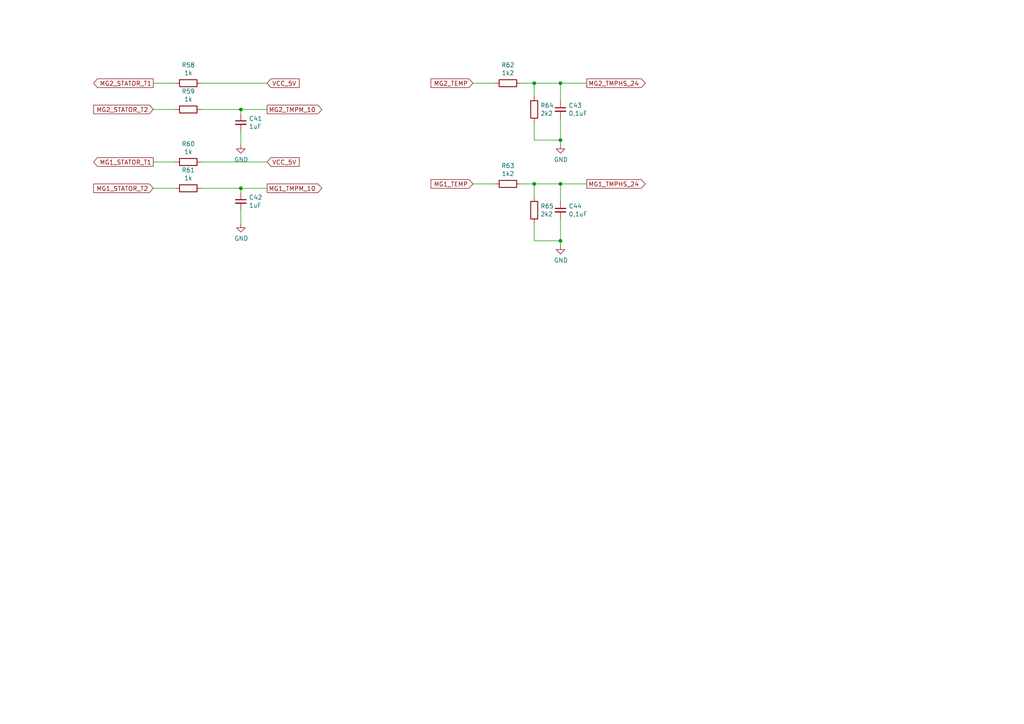
<source format=kicad_sch>
(kicad_sch (version 20211123) (generator eeschema)
  (paper "A4")
  (lib_symbols
    (symbol "auris-rescue:C_Small-Device" (pin_numbers hide) (pin_names (offset 0.254) hide)
      (property "Reference" "C" (at 0.254 1.778 0))
      (property "Value" "C_Small-Device" (at 0.254 -2.032 0))
      (symbol "C_Small-Device_0_1"
        (polyline (pts (xy -1.524 -0.508) (xy 1.524 -0.508)) (stroke (width 0.3302)))
        (polyline (pts (xy -1.524 0.508) (xy 1.524 0.508)) (stroke (width 0.3048)))
      )
      (symbol "C_Small-Device_1_1"
        (pin passive line (at 0 2.54 270) (length 2.032) (name "~") (number "1"))
        (pin passive line (at 0 -2.54 90) (length 2.032) (name "~") (number "2"))
      )
    )
    (symbol "auris-rescue:GND-power" (power) (pin_names (offset 0))
      (property "Value" "GND-power" (at 0 -3.81 0))
      (symbol "GND-power_0_1"
        (polyline (pts (xy 0 0) (xy 0 -1.27) (xy 1.27 -1.27) (xy 0 -2.54) (xy -1.27 -1.27) (xy 0 -1.27)))
      )
      (symbol "GND-power_1_1"
        (pin power_in line (at 0 0 270) (length 0) hide (name "GND") (number "1"))
      )
    )
    (symbol "auris-rescue:R-Device" (pin_numbers hide) (pin_names (offset 0))
      (property "Reference" "R" (at 2.032 0 90))
      (property "Value" "R-Device" (at 0 0 90))
      (symbol "R-Device_0_1"
        (rectangle (start -1.016 -2.54) (end 1.016 2.54) (stroke (width 0.254)))
      )
      (symbol "R-Device_1_1"
        (pin passive line (at 0 3.81 270) (length 1.27) (name "~") (number "1"))
        (pin passive line (at 0 -3.81 90) (length 1.27) (name "~") (number "2"))
      )
    )
  )
  (junction (at 162.56 40.64))
  (junction (at 162.56 24.13))
  (junction (at 69.85 31.75))
  (junction (at 69.85 54.61))
  (junction (at 162.56 53.34))
  (junction (at 154.94 24.13))
  (junction (at 154.94 53.34))
  (junction (at 162.56 69.85))
  (wire (pts (xy 162.56 53.34) (xy 170.18 53.34)))
  (wire (pts (xy 58.42 24.13) (xy 77.47 24.13)))
  (wire (pts (xy 58.42 46.99) (xy 77.47 46.99)))
  (wire (pts (xy 69.85 54.61) (xy 58.42 54.61)))
  (wire (pts (xy 69.85 38.1) (xy 69.85 41.91)))
  (wire (pts (xy 154.94 35.56) (xy 154.94 40.64)))
  (wire (pts (xy 69.85 60.96) (xy 69.85 64.77)))
  (wire (pts (xy 50.8 54.61) (xy 44.45 54.61)))
  (wire (pts (xy 154.94 24.13) (xy 162.56 24.13)))
  (wire (pts (xy 69.85 55.88) (xy 69.85 54.61)))
  (wire (pts (xy 151.13 24.13) (xy 154.94 24.13)))
  (wire (pts (xy 154.94 57.15) (xy 154.94 53.34)))
  (wire (pts (xy 162.56 24.13) (xy 162.56 29.21)))
  (wire (pts (xy 143.51 53.34) (xy 137.16 53.34)))
  (wire (pts (xy 154.94 40.64) (xy 162.56 40.64)))
  (wire (pts (xy 162.56 53.34) (xy 162.56 58.42)))
  (wire (pts (xy 50.8 31.75) (xy 44.45 31.75)))
  (wire (pts (xy 162.56 40.64) (xy 162.56 41.91)))
  (wire (pts (xy 77.47 31.75) (xy 69.85 31.75)))
  (wire (pts (xy 50.8 24.13) (xy 44.45 24.13)))
  (wire (pts (xy 162.56 69.85) (xy 162.56 71.12)))
  (wire (pts (xy 154.94 53.34) (xy 162.56 53.34)))
  (wire (pts (xy 50.8 46.99) (xy 44.45 46.99)))
  (wire (pts (xy 162.56 24.13) (xy 170.18 24.13)))
  (wire (pts (xy 143.51 24.13) (xy 137.16 24.13)))
  (wire (pts (xy 151.13 53.34) (xy 154.94 53.34)))
  (wire (pts (xy 162.56 63.5) (xy 162.56 69.85)))
  (wire (pts (xy 154.94 64.77) (xy 154.94 69.85)))
  (wire (pts (xy 69.85 31.75) (xy 58.42 31.75)))
  (wire (pts (xy 69.85 33.02) (xy 69.85 31.75)))
  (wire (pts (xy 154.94 69.85) (xy 162.56 69.85)))
  (wire (pts (xy 77.47 54.61) (xy 69.85 54.61)))
  (wire (pts (xy 154.94 27.94) (xy 154.94 24.13)))
  (wire (pts (xy 162.56 34.29) (xy 162.56 40.64)))
  (global_label "MG2_TMPM_10" (shape output) (at 77.47 31.75 0) (property "Обозначения листов" "${INTERSHEET_REFS}" (effects hide)))
  (global_label "MG1_STATOR_T1" (shape output) (at 44.45 46.99 180) (property "Обозначения листов" "${INTERSHEET_REFS}" (effects hide)))
  (global_label "MG2_STATOR_T2" (shape input) (at 44.45 31.75 180) (property "Обозначения листов" "${INTERSHEET_REFS}" (effects hide)))
  (global_label "MG1_TMPHS_24" (shape output) (at 170.18 53.34 0) (property "Обозначения листов" "${INTERSHEET_REFS}" (effects hide)))
  (global_label "VCC_5V" (shape input) (at 77.47 46.99 0) (property "Обозначения листов" "${INTERSHEET_REFS}" (effects hide)))
  (global_label "MG2_TEMP" (shape input) (at 137.16 24.13 180) (property "Обозначения листов" "${INTERSHEET_REFS}" (effects hide)))
  (global_label "MG1_TMPM_10" (shape output) (at 77.47 54.61 0) (property "Обозначения листов" "${INTERSHEET_REFS}" (effects hide)))
  (global_label "VCC_5V" (shape input) (at 77.47 24.13 0) (property "Обозначения листов" "${INTERSHEET_REFS}" (effects hide)))
  (global_label "MG2_STATOR_T1" (shape output) (at 44.45 24.13 180) (property "Обозначения листов" "${INTERSHEET_REFS}" (effects hide)))
  (global_label "MG1_STATOR_T2" (shape input) (at 44.45 54.61 180) (property "Обозначения листов" "${INTERSHEET_REFS}" (effects hide)))
  (global_label "MG2_TMPHS_24" (shape output) (at 170.18 24.13 0) (property "Обозначения листов" "${INTERSHEET_REFS}" (effects hide)))
  (global_label "MG1_TEMP" (shape input) (at 137.16 53.34 180) (property "Обозначения листов" "${INTERSHEET_REFS}" (effects hide)))
  (symbol (lib_id "auris-rescue:R-Device") (at 54.61 24.13 270) (unit 1)
    (property "Reference" "R58" (at 54.61 18.8722 90))
    (property "Value" "1k" (at 54.61 21.1836 90))
    (property "Footprint" "Resistor_SMD:R_0805_2012Metric" (effects hide))
  )
  (symbol (lib_id "auris-rescue:C_Small-Device") (at 69.85 35.56 0) (unit 1)
    (property "Reference" "C41" (at 72.1868 34.3916 0) (effects (justify left)))
    (property "Value" "1uF" (at 72.1868 36.703 0) (effects (justify left)))
    (property "Footprint" "Capacitor_SMD:C_0805_2012Metric" (effects hide))
  )
  (symbol (lib_id "auris-rescue:R-Device") (at 54.61 31.75 270) (unit 1)
    (property "Reference" "R59" (at 54.61 26.4922 90))
    (property "Value" "1k" (at 54.61 28.8036 90))
    (property "Footprint" "Resistor_SMD:R_0805_2012Metric" (effects hide))
  )
  (symbol (lib_id "auris-rescue:GND-power") (at 69.85 41.91 0) (unit 1)
    (property "Reference" "#PWR0155" (effects hide))
    (property "Value" "GND" (at 69.977 46.3042 0))
  )
  (symbol (lib_id "auris-rescue:R-Device") (at 54.61 46.99 270) (unit 1)
    (property "Reference" "R60" (at 54.61 41.7322 90))
    (property "Value" "1k" (at 54.61 44.0436 90))
    (property "Footprint" "Resistor_SMD:R_0805_2012Metric" (effects hide))
  )
  (symbol (lib_id "auris-rescue:C_Small-Device") (at 69.85 58.42 0) (unit 1)
    (property "Reference" "C42" (at 72.1868 57.2516 0) (effects (justify left)))
    (property "Value" "1uF" (at 72.1868 59.563 0) (effects (justify left)))
    (property "Footprint" "Capacitor_SMD:C_0805_2012Metric" (effects hide))
  )
  (symbol (lib_id "auris-rescue:R-Device") (at 54.61 54.61 270) (unit 1)
    (property "Reference" "R61" (at 54.61 49.3522 90))
    (property "Value" "1k" (at 54.61 51.6636 90))
    (property "Footprint" "Resistor_SMD:R_0805_2012Metric" (effects hide))
  )
  (symbol (lib_id "auris-rescue:GND-power") (at 69.85 64.77 0) (unit 1)
    (property "Reference" "#PWR0156" (effects hide))
    (property "Value" "GND" (at 69.977 69.1642 0))
  )
  (symbol (lib_id "auris-rescue:C_Small-Device") (at 162.56 31.75 0) (unit 1)
    (property "Reference" "C43" (at 164.8968 30.5816 0) (effects (justify left)))
    (property "Value" "0,1uF" (at 164.8968 32.893 0) (effects (justify left)))
    (property "Footprint" "Capacitor_SMD:C_0805_2012Metric" (effects hide))
  )
  (symbol (lib_id "auris-rescue:R-Device") (at 147.32 24.13 270) (unit 1)
    (property "Reference" "R62" (at 147.32 18.8722 90))
    (property "Value" "1k2" (at 147.32 21.1836 90))
    (property "Footprint" "Resistor_SMD:R_0805_2012Metric" (effects hide))
  )
  (symbol (lib_id "auris-rescue:GND-power") (at 162.56 41.91 0) (unit 1)
    (property "Reference" "#PWR0157" (effects hide))
    (property "Value" "GND" (at 162.687 46.3042 0))
  )
  (symbol (lib_id "auris-rescue:R-Device") (at 154.94 31.75 180) (unit 1)
    (property "Reference" "R64" (at 156.718 30.5816 0) (effects (justify right)))
    (property "Value" "2k2" (at 156.718 32.893 0) (effects (justify right)))
    (property "Footprint" "Resistor_SMD:R_0805_2012Metric" (effects hide))
  )
  (symbol (lib_id "auris-rescue:C_Small-Device") (at 162.56 60.96 0) (unit 1)
    (property "Reference" "C44" (at 164.8968 59.7916 0) (effects (justify left)))
    (property "Value" "0,1uF" (at 164.8968 62.103 0) (effects (justify left)))
    (property "Footprint" "Capacitor_SMD:C_0805_2012Metric" (effects hide))
  )
  (symbol (lib_id "auris-rescue:R-Device") (at 147.32 53.34 270) (unit 1)
    (property "Reference" "R63" (at 147.32 48.0822 90))
    (property "Value" "1k2" (at 147.32 50.3936 90))
    (property "Footprint" "Resistor_SMD:R_0805_2012Metric" (effects hide))
  )
  (symbol (lib_id "auris-rescue:GND-power") (at 162.56 71.12 0) (unit 1)
    (property "Reference" "#PWR0158" (effects hide))
    (property "Value" "GND" (at 162.687 75.5142 0))
  )
  (symbol (lib_id "auris-rescue:R-Device") (at 154.94 60.96 180) (unit 1)
    (property "Reference" "R65" (at 156.718 59.7916 0) (effects (justify right)))
    (property "Value" "2k2" (at 156.718 62.103 0) (effects (justify right)))
    (property "Footprint" "Resistor_SMD:R_0805_2012Metric" (effects hide))
  )
)
</source>
